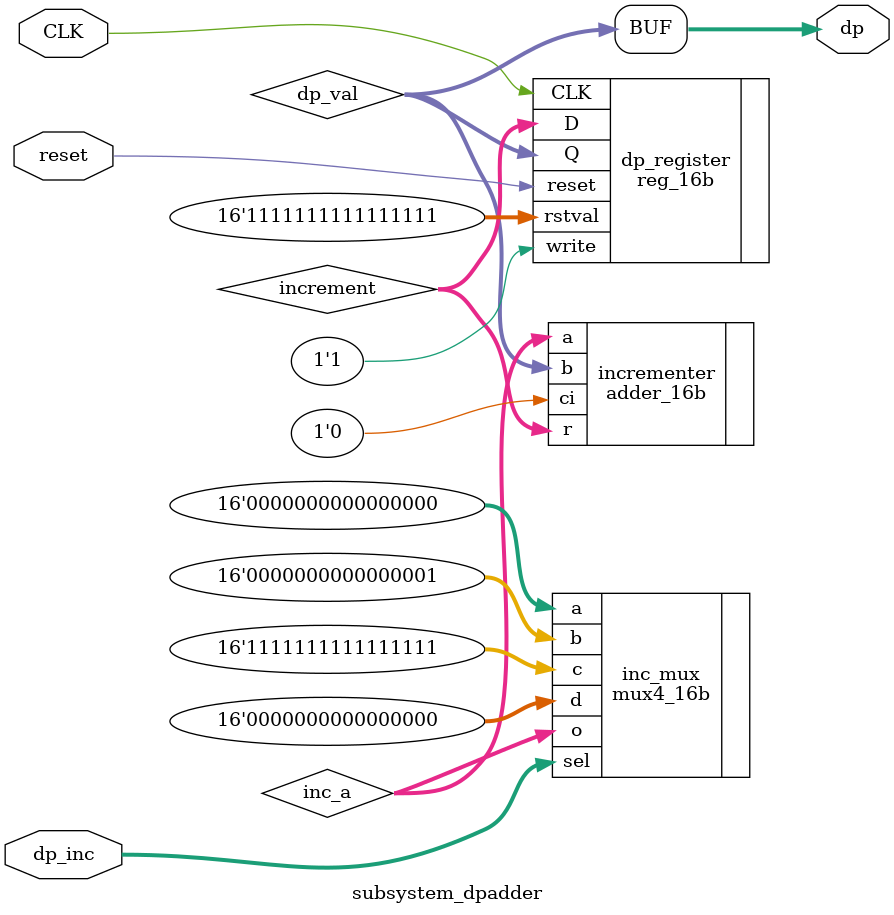
<source format=v>
`timescale 1ns / 1ps
module subsystem_dpadder(
   input [1:0] dp_inc,
	input CLK,
   input reset,
   output [15:0] dp
   );

	wire [15:0] inc_a;
	wire [15:0] increment;
	wire [15:0] dp_val;

	mux4_16b inc_mux(
		.a(16'b0),
		.b(16'b1),
		.c(-16'sb1),
		.d(16'b0), //GND
		.sel(dp_inc),
		.o(inc_a)
	);

	adder_16b incrementer(
		.a(inc_a),
		.b(dp_val),
		.ci(1'b0),
		.r(increment)
	);

	reg_16b dp_register(
		.D(increment),
		.rstval(-16'sb1),
		.write(1'b1),
		.reset(reset),
		.CLK(CLK),
		.Q(dp_val)
	);
	
	assign dp = dp_val;

endmodule

</source>
